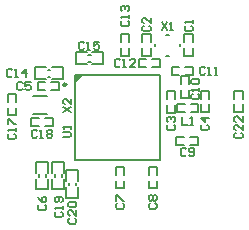
<source format=gto>
G04*
G04 #@! TF.GenerationSoftware,Altium Limited,Altium Designer,18.0.11 (651)*
G04*
G04 Layer_Color=65535*
%FSLAX24Y24*%
%MOIN*%
G70*
G01*
G75*
%ADD10C,0.0098*%
%ADD11C,0.0060*%
%ADD12C,0.0079*%
G36*
X-1181Y1378D02*
X-1378Y1181D01*
Y1378D01*
X-1181Y1378D01*
D02*
G37*
D10*
X-1699Y1083D02*
G03*
X-1699Y1083I-49J0D01*
G01*
D11*
X2421Y-925D02*
X2677D01*
X1968D02*
X2224D01*
X2421Y-650D02*
X2677D01*
X1968D02*
X2224D01*
X1968Y-925D02*
Y-650D01*
X2677Y-925D02*
Y-650D01*
X2264Y1407D02*
X2520D01*
X1811D02*
X2067D01*
X2264Y1683D02*
X2520D01*
X1811D02*
X2067D01*
X1811Y1407D02*
Y1683D01*
X2520Y1407D02*
Y1683D01*
X3901Y874D02*
X4177D01*
X3901Y166D02*
X4177D01*
X3901D02*
Y422D01*
Y618D02*
Y874D01*
X4177Y166D02*
Y422D01*
Y618D02*
Y874D01*
X1654Y148D02*
X1930D01*
X1654Y856D02*
X1930D01*
Y601D02*
Y856D01*
Y148D02*
Y404D01*
X1654Y601D02*
Y856D01*
Y148D02*
Y404D01*
X2450Y164D02*
X2706D01*
X1998D02*
X2254D01*
X2450Y440D02*
X2706D01*
X1998D02*
X2254Y440D01*
X1998Y164D02*
Y440D01*
X2706Y164D02*
Y440D01*
X2128Y1354D02*
X2404D01*
X2128Y646D02*
X2404D01*
X2128D02*
X2128Y902D01*
X2128Y1098D02*
Y1354D01*
X2404Y646D02*
Y902D01*
Y1098D02*
Y1354D01*
X2778Y166D02*
X3054D01*
X2778Y874D02*
X3054D01*
X3054Y618D02*
X3054Y874D01*
Y166D02*
Y422D01*
X2778Y874D02*
X2778Y618D01*
X2778Y166D02*
X2778Y422D01*
X1427Y1654D02*
Y1929D01*
X718Y1654D02*
Y1929D01*
X974D01*
X1171D02*
X1427D01*
X718Y1654D02*
X974D01*
X1171D02*
X1427D01*
X1053Y-2372D02*
X1329D01*
X1053Y-1663D02*
X1329D01*
Y-1919D02*
Y-1663D01*
Y-2372D02*
Y-2116D01*
X1053Y-1919D02*
Y-1663D01*
Y-2372D02*
Y-2116D01*
X-39Y-2372D02*
X236D01*
X-39Y-1663D02*
X236D01*
Y-1919D02*
Y-1663D01*
Y-2372D02*
Y-2116D01*
X-39Y-1919D02*
Y-1663D01*
Y-2372D02*
Y-2116D01*
X-2168Y-2411D02*
X-1774D01*
X-2168Y-1486D02*
X-1774D01*
Y-1850D02*
Y-1486D01*
Y-2411D02*
Y-2047D01*
X-2168Y-1850D02*
Y-1486D01*
Y-2411D02*
Y-2047D01*
X-2700Y-2411D02*
X-2306D01*
X-2700Y-1486D02*
X-2306D01*
Y-1850D02*
Y-1486D01*
Y-2411D02*
Y-2047D01*
X-2700Y-1850D02*
Y-1486D01*
Y-2411D02*
Y-2047D01*
X2240Y2045D02*
X2515D01*
X2240Y2754D02*
X2515D01*
Y2498D02*
Y2754D01*
Y2045D02*
Y2301D01*
X2240Y2498D02*
Y2754D01*
Y2045D02*
Y2301D01*
X1615Y2746D02*
X1741D01*
X1252Y2376D02*
Y2423D01*
X1615Y2053D02*
X1741D01*
X2103Y2376D02*
Y2423D01*
X840Y2754D02*
X1115D01*
X840Y2045D02*
X1115D01*
X840D02*
Y2301D01*
Y2498D02*
Y2754D01*
X1115Y2045D02*
Y2301D01*
Y2498D02*
Y2754D01*
X128Y2756D02*
X404D01*
X128Y2047D02*
X404D01*
X128D02*
Y2303D01*
Y2500D02*
Y2756D01*
X404Y2047D02*
Y2303D01*
Y2500D02*
Y2756D01*
X-2746Y1270D02*
Y1663D01*
X-1821Y1270D02*
Y1663D01*
X-2185Y1270D02*
X-1821D01*
X-2746D02*
X-2382D01*
X-2185Y1663D02*
X-1821D01*
X-2746D02*
X-2382D01*
X-2648Y896D02*
Y1171D01*
X-1939Y896D02*
Y1171D01*
X-2195Y896D02*
X-1939D01*
X-2648D02*
X-2392D01*
X-2195Y1171D02*
X-1939D01*
X-2648D02*
X-2392D01*
X-2865Y-305D02*
Y-30D01*
X-2156Y-305D02*
Y-30D01*
X-2412Y-305D02*
X-2156D01*
X-2865D02*
X-2609D01*
X-2412Y-30D02*
X-2156D01*
X-2865D02*
X-2609D01*
X-3652Y768D02*
X-3377D01*
X-3652Y59D02*
X-3377D01*
X-3652D02*
Y315D01*
Y512D02*
Y768D01*
X-3377Y59D02*
Y315D01*
Y512D02*
Y768D01*
X-1693Y-2697D02*
X-1299D01*
X-1693Y-1772D02*
X-1299D01*
Y-2136D02*
Y-1772D01*
Y-2697D02*
Y-2333D01*
X-1693Y-2136D02*
Y-1772D01*
Y-2697D02*
Y-2333D01*
X-1388Y1762D02*
Y2156D01*
X-463Y1762D02*
Y2156D01*
X-827Y1762D02*
X-463D01*
X-1388D02*
X-1024D01*
X-827Y2156D02*
X-463D01*
X-1388D02*
X-1024D01*
X2290Y-1075D02*
X2245Y-1030D01*
X2155D01*
X2110Y-1075D01*
Y-1255D01*
X2155Y-1300D01*
X2245D01*
X2290Y-1255D01*
X2380D02*
X2425Y-1300D01*
X2515D01*
X2560Y-1255D01*
Y-1075D01*
X2515Y-1030D01*
X2425D01*
X2380Y-1075D01*
Y-1120D01*
X2425Y-1165D01*
X2560D01*
X2930Y1635D02*
X2885Y1680D01*
X2795D01*
X2750Y1635D01*
Y1455D01*
X2795Y1410D01*
X2885D01*
X2930Y1455D01*
X3020Y1410D02*
X3110D01*
X3065D01*
Y1680D01*
X3020Y1635D01*
X3245Y1410D02*
X3335D01*
X3290D01*
Y1680D01*
X3245Y1635D01*
X3952Y-519D02*
X3908Y-564D01*
Y-654D01*
X3952Y-699D01*
X4132D01*
X4177Y-654D01*
Y-564D01*
X4132Y-519D01*
X4177Y-249D02*
Y-429D01*
X3997Y-249D01*
X3952D01*
X3908Y-294D01*
Y-384D01*
X3952Y-429D01*
X4177Y21D02*
Y-159D01*
X3997Y21D01*
X3952D01*
X3908Y-24D01*
Y-114D01*
X3952Y-159D01*
X1702Y-250D02*
X1658Y-295D01*
Y-385D01*
X1702Y-430D01*
X1882D01*
X1927Y-385D01*
Y-295D01*
X1882Y-250D01*
X1702Y-160D02*
X1658Y-115D01*
Y-25D01*
X1702Y20D01*
X1747D01*
X1792Y-25D01*
Y-70D01*
Y-25D01*
X1837Y20D01*
X1882D01*
X1927Y-25D01*
Y-115D01*
X1882Y-160D01*
X2167Y20D02*
Y-250D01*
X2347D01*
X2437D02*
X2527D01*
X2482D01*
Y20D01*
X2437Y-25D01*
X2515Y780D02*
X2470Y735D01*
Y645D01*
X2515Y600D01*
X2695D01*
X2740Y645D01*
Y735D01*
X2695Y780D01*
X2740Y870D02*
Y960D01*
Y915D01*
X2470D01*
X2515Y870D01*
Y1095D02*
X2470Y1140D01*
Y1230D01*
X2515Y1275D01*
X2695D01*
X2740Y1230D01*
Y1140D01*
X2695Y1095D01*
X2515D01*
X2822Y-250D02*
X2778Y-295D01*
Y-385D01*
X2822Y-430D01*
X3002D01*
X3047Y-385D01*
Y-295D01*
X3002Y-250D01*
X3047Y-25D02*
X2778D01*
X2912Y-160D01*
Y20D01*
X175Y3210D02*
X130Y3165D01*
Y3075D01*
X175Y3030D01*
X355D01*
X400Y3075D01*
Y3165D01*
X355Y3210D01*
X400Y3300D02*
Y3390D01*
Y3345D01*
X130D01*
X175Y3300D01*
Y3525D02*
X130Y3570D01*
Y3660D01*
X175Y3705D01*
X220D01*
X265Y3660D01*
Y3615D01*
Y3660D01*
X310Y3705D01*
X355D01*
X400Y3660D01*
Y3570D01*
X355Y3525D01*
X103Y1895D02*
X58Y1940D01*
X-32D01*
X-77Y1895D01*
Y1715D01*
X-32Y1670D01*
X58D01*
X103Y1715D01*
X193Y1670D02*
X283D01*
X238D01*
Y1940D01*
X193Y1895D01*
X598Y1670D02*
X418D01*
X598Y1850D01*
Y1895D01*
X553Y1940D01*
X463D01*
X418Y1895D01*
X-1587Y-3370D02*
X-1632Y-3415D01*
Y-3505D01*
X-1587Y-3550D01*
X-1408D01*
X-1363Y-3505D01*
Y-3415D01*
X-1408Y-3370D01*
X-1363Y-3100D02*
Y-3280D01*
X-1543Y-3100D01*
X-1587D01*
X-1632Y-3145D01*
Y-3235D01*
X-1587Y-3280D01*
Y-3010D02*
X-1632Y-2965D01*
Y-2875D01*
X-1587Y-2830D01*
X-1408D01*
X-1363Y-2875D01*
Y-2965D01*
X-1408Y-3010D01*
X-1587D01*
X-2045Y-3150D02*
X-2090Y-3195D01*
Y-3285D01*
X-2045Y-3330D01*
X-1865D01*
X-1820Y-3285D01*
Y-3195D01*
X-1865Y-3150D01*
X-1820Y-3060D02*
Y-2970D01*
Y-3015D01*
X-2090D01*
X-2045Y-3060D01*
X-1865Y-2835D02*
X-1820Y-2790D01*
Y-2700D01*
X-1865Y-2655D01*
X-2045D01*
X-2090Y-2700D01*
Y-2790D01*
X-2045Y-2835D01*
X-2000D01*
X-1955Y-2790D01*
Y-2655D01*
X-2670Y-465D02*
X-2715Y-420D01*
X-2805D01*
X-2850Y-465D01*
Y-645D01*
X-2805Y-690D01*
X-2715D01*
X-2670Y-645D01*
X-2580Y-690D02*
X-2490D01*
X-2535D01*
Y-420D01*
X-2580Y-465D01*
X-2355D02*
X-2310Y-420D01*
X-2220D01*
X-2175Y-465D01*
Y-510D01*
X-2220Y-555D01*
X-2175Y-600D01*
Y-645D01*
X-2220Y-690D01*
X-2310D01*
X-2355Y-645D01*
Y-600D01*
X-2310Y-555D01*
X-2355Y-510D01*
Y-465D01*
X-2310Y-555D02*
X-2220D01*
X-3605Y-550D02*
X-3650Y-595D01*
Y-685D01*
X-3605Y-730D01*
X-3425D01*
X-3380Y-685D01*
Y-595D01*
X-3425Y-550D01*
X-3380Y-460D02*
Y-370D01*
Y-415D01*
X-3650D01*
X-3605Y-460D01*
X-3650Y-235D02*
Y-55D01*
X-3605D01*
X-3425Y-235D01*
X-3380D01*
X-3150Y1125D02*
X-3195Y1170D01*
X-3285D01*
X-3330Y1125D01*
Y945D01*
X-3285Y900D01*
X-3195D01*
X-3150Y945D01*
X-2880Y1170D02*
X-3060D01*
Y1035D01*
X-2970Y1080D01*
X-2925D01*
X-2880Y1035D01*
Y945D01*
X-2925Y900D01*
X-3015D01*
X-3060Y945D01*
X-2595Y-2920D02*
X-2640Y-2965D01*
Y-3055D01*
X-2595Y-3100D01*
X-2415D01*
X-2370Y-3055D01*
Y-2965D01*
X-2415Y-2920D01*
X-2640Y-2650D02*
X-2595Y-2740D01*
X-2505Y-2830D01*
X-2415D01*
X-2370Y-2785D01*
Y-2695D01*
X-2415Y-2650D01*
X-2460D01*
X-2505Y-2695D01*
Y-2830D01*
X1095Y-2870D02*
X1050Y-2915D01*
Y-3005D01*
X1095Y-3050D01*
X1275D01*
X1320Y-3005D01*
Y-2915D01*
X1275Y-2870D01*
X1095Y-2780D02*
X1050Y-2735D01*
Y-2645D01*
X1095Y-2600D01*
X1140D01*
X1185Y-2645D01*
X1230Y-2600D01*
X1275D01*
X1320Y-2645D01*
Y-2735D01*
X1275Y-2780D01*
X1230D01*
X1185Y-2735D01*
X1140Y-2780D01*
X1095D01*
X1185Y-2735D02*
Y-2645D01*
X2295Y3050D02*
X2250Y3005D01*
Y2915D01*
X2295Y2870D01*
X2475D01*
X2520Y2915D01*
Y3005D01*
X2475Y3050D01*
X2520Y3140D02*
Y3230D01*
Y3185D01*
X2250D01*
X2295Y3140D01*
X1490Y3160D02*
X1670Y2890D01*
Y3160D02*
X1490Y2890D01*
X1760D02*
X1850D01*
X1805D01*
Y3160D01*
X1760Y3115D01*
X5Y-2870D02*
X-40Y-2915D01*
Y-3005D01*
X5Y-3050D01*
X185D01*
X230Y-3005D01*
Y-2915D01*
X185Y-2870D01*
X-40Y-2780D02*
Y-2600D01*
X5D01*
X185Y-2780D01*
X230D01*
X885Y3050D02*
X840Y3005D01*
Y2915D01*
X885Y2870D01*
X1065D01*
X1110Y2915D01*
Y3005D01*
X1065Y3050D01*
X1110Y3320D02*
Y3140D01*
X930Y3320D01*
X885D01*
X840Y3275D01*
Y3185D01*
X885Y3140D01*
X-1819Y-660D02*
X-1594D01*
X-1549Y-615D01*
Y-525D01*
X-1594Y-480D01*
X-1819D01*
X-1549Y-390D02*
Y-300D01*
Y-345D01*
X-1819D01*
X-1774Y-390D01*
X-1800Y170D02*
X-1530Y350D01*
X-1800D02*
X-1530Y170D01*
Y620D02*
Y440D01*
X-1710Y620D01*
X-1755D01*
X-1800Y575D01*
Y485D01*
X-1755Y440D01*
X-1100Y2475D02*
X-1145Y2520D01*
X-1235D01*
X-1280Y2475D01*
Y2295D01*
X-1235Y2250D01*
X-1145D01*
X-1100Y2295D01*
X-1010Y2250D02*
X-920D01*
X-965D01*
Y2520D01*
X-1010Y2475D01*
X-605Y2520D02*
X-785D01*
Y2385D01*
X-695Y2430D01*
X-650D01*
X-605Y2385D01*
Y2295D01*
X-650Y2250D01*
X-740D01*
X-785Y2295D01*
X-3500Y1555D02*
X-3545Y1600D01*
X-3635D01*
X-3680Y1555D01*
Y1375D01*
X-3635Y1330D01*
X-3545D01*
X-3500Y1375D01*
X-3410Y1330D02*
X-3320D01*
X-3365D01*
Y1600D01*
X-3410Y1555D01*
X-3050Y1330D02*
Y1600D01*
X-3185Y1465D01*
X-3005D01*
D12*
X-1853Y-1988D02*
Y-1909D01*
X-2089Y-1988D02*
Y-1909D01*
X-2385Y-1988D02*
Y-1909D01*
X-2621Y-1988D02*
Y-1909D01*
X-2323Y1348D02*
X-2244D01*
X-2323Y1585D02*
X-2244D01*
X-1378Y-2274D02*
Y-2195D01*
X-1614Y-2274D02*
Y-2195D01*
X-965Y1841D02*
X-886D01*
X-965Y2077D02*
X-886D01*
X-1417Y-1417D02*
Y1417D01*
X1417Y-1417D02*
Y1417D01*
X-1417D02*
X1417D01*
X-1417Y-1417D02*
X1417D01*
X-2806Y108D02*
X-2334D01*
X-2806Y699D02*
X-2334D01*
M02*

</source>
